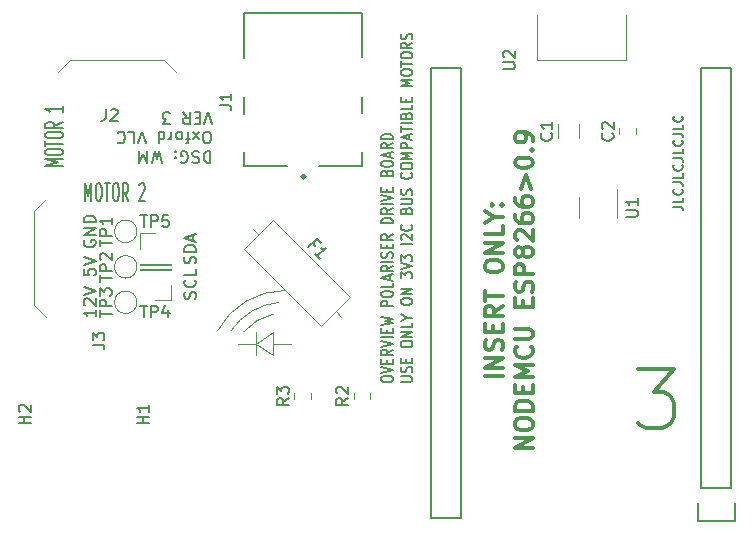
<source format=gbr>
G04 #@! TF.GenerationSoftware,KiCad,Pcbnew,5.1.6-c6e7f7d~86~ubuntu18.04.1*
G04 #@! TF.CreationDate,2020-05-28T19:09:28+01:00*
G04 #@! TF.ProjectId,polariser_drive,706f6c61-7269-4736-9572-5f6472697665,rev?*
G04 #@! TF.SameCoordinates,Original*
G04 #@! TF.FileFunction,Legend,Top*
G04 #@! TF.FilePolarity,Positive*
%FSLAX46Y46*%
G04 Gerber Fmt 4.6, Leading zero omitted, Abs format (unit mm)*
G04 Created by KiCad (PCBNEW 5.1.6-c6e7f7d~86~ubuntu18.04.1) date 2020-05-28 19:09:28*
%MOMM*%
%LPD*%
G01*
G04 APERTURE LIST*
%ADD10C,0.150000*%
%ADD11C,0.300000*%
%ADD12C,0.120000*%
%ADD13C,0.200000*%
%ADD14C,0.127000*%
G04 APERTURE END LIST*
D10*
X107361904Y-105395238D02*
X107933333Y-105395238D01*
X108047619Y-105433333D01*
X108123809Y-105509523D01*
X108161904Y-105623809D01*
X108161904Y-105700000D01*
X108161904Y-104633333D02*
X108161904Y-105014285D01*
X107361904Y-105014285D01*
X108085714Y-103909523D02*
X108123809Y-103947619D01*
X108161904Y-104061904D01*
X108161904Y-104138095D01*
X108123809Y-104252380D01*
X108047619Y-104328571D01*
X107971428Y-104366666D01*
X107819047Y-104404761D01*
X107704761Y-104404761D01*
X107552380Y-104366666D01*
X107476190Y-104328571D01*
X107400000Y-104252380D01*
X107361904Y-104138095D01*
X107361904Y-104061904D01*
X107400000Y-103947619D01*
X107438095Y-103909523D01*
X107361904Y-103338095D02*
X107933333Y-103338095D01*
X108047619Y-103376190D01*
X108123809Y-103452380D01*
X108161904Y-103566666D01*
X108161904Y-103642857D01*
X108161904Y-102576190D02*
X108161904Y-102957142D01*
X107361904Y-102957142D01*
X108085714Y-101852380D02*
X108123809Y-101890476D01*
X108161904Y-102004761D01*
X108161904Y-102080952D01*
X108123809Y-102195238D01*
X108047619Y-102271428D01*
X107971428Y-102309523D01*
X107819047Y-102347619D01*
X107704761Y-102347619D01*
X107552380Y-102309523D01*
X107476190Y-102271428D01*
X107400000Y-102195238D01*
X107361904Y-102080952D01*
X107361904Y-102004761D01*
X107400000Y-101890476D01*
X107438095Y-101852380D01*
X107361904Y-101280952D02*
X107933333Y-101280952D01*
X108047619Y-101319047D01*
X108123809Y-101395238D01*
X108161904Y-101509523D01*
X108161904Y-101585714D01*
X108161904Y-100519047D02*
X108161904Y-100900000D01*
X107361904Y-100900000D01*
X108085714Y-99795238D02*
X108123809Y-99833333D01*
X108161904Y-99947619D01*
X108161904Y-100023809D01*
X108123809Y-100138095D01*
X108047619Y-100214285D01*
X107971428Y-100252380D01*
X107819047Y-100290476D01*
X107704761Y-100290476D01*
X107552380Y-100252380D01*
X107476190Y-100214285D01*
X107400000Y-100138095D01*
X107361904Y-100023809D01*
X107361904Y-99947619D01*
X107400000Y-99833333D01*
X107438095Y-99795238D01*
X107361904Y-99223809D02*
X107933333Y-99223809D01*
X108047619Y-99261904D01*
X108123809Y-99338095D01*
X108161904Y-99452380D01*
X108161904Y-99528571D01*
X108161904Y-98461904D02*
X108161904Y-98842857D01*
X107361904Y-98842857D01*
X108085714Y-97738095D02*
X108123809Y-97776190D01*
X108161904Y-97890476D01*
X108161904Y-97966666D01*
X108123809Y-98080952D01*
X108047619Y-98157142D01*
X107971428Y-98195238D01*
X107819047Y-98233333D01*
X107704761Y-98233333D01*
X107552380Y-98195238D01*
X107476190Y-98157142D01*
X107400000Y-98080952D01*
X107361904Y-97966666D01*
X107361904Y-97890476D01*
X107400000Y-97776190D01*
X107438095Y-97738095D01*
D11*
X104333333Y-119161904D02*
X107428571Y-119161904D01*
X105761904Y-121066666D01*
X106476190Y-121066666D01*
X106952380Y-121304761D01*
X107190476Y-121542857D01*
X107428571Y-122019047D01*
X107428571Y-123209523D01*
X107190476Y-123685714D01*
X106952380Y-123923809D01*
X106476190Y-124161904D01*
X105047619Y-124161904D01*
X104571428Y-123923809D01*
X104333333Y-123685714D01*
D12*
X103400000Y-93000000D02*
X103400000Y-89200000D01*
X95800000Y-93000000D02*
X103400000Y-93000000D01*
X95800000Y-89200000D02*
X95800000Y-93000000D01*
D13*
X57570476Y-104928571D02*
X57570476Y-103428571D01*
X57837142Y-104500000D01*
X58103809Y-103428571D01*
X58103809Y-104928571D01*
X58637142Y-103428571D02*
X58789523Y-103428571D01*
X58865714Y-103500000D01*
X58941904Y-103642857D01*
X58980000Y-103928571D01*
X58980000Y-104428571D01*
X58941904Y-104714285D01*
X58865714Y-104857142D01*
X58789523Y-104928571D01*
X58637142Y-104928571D01*
X58560952Y-104857142D01*
X58484761Y-104714285D01*
X58446666Y-104428571D01*
X58446666Y-103928571D01*
X58484761Y-103642857D01*
X58560952Y-103500000D01*
X58637142Y-103428571D01*
X59208571Y-103428571D02*
X59665714Y-103428571D01*
X59437142Y-104928571D02*
X59437142Y-103428571D01*
X60084761Y-103428571D02*
X60237142Y-103428571D01*
X60313333Y-103500000D01*
X60389523Y-103642857D01*
X60427619Y-103928571D01*
X60427619Y-104428571D01*
X60389523Y-104714285D01*
X60313333Y-104857142D01*
X60237142Y-104928571D01*
X60084761Y-104928571D01*
X60008571Y-104857142D01*
X59932380Y-104714285D01*
X59894285Y-104428571D01*
X59894285Y-103928571D01*
X59932380Y-103642857D01*
X60008571Y-103500000D01*
X60084761Y-103428571D01*
X61227619Y-104928571D02*
X60960952Y-104214285D01*
X60770476Y-104928571D02*
X60770476Y-103428571D01*
X61075238Y-103428571D01*
X61151428Y-103500000D01*
X61189523Y-103571428D01*
X61227619Y-103714285D01*
X61227619Y-103928571D01*
X61189523Y-104071428D01*
X61151428Y-104142857D01*
X61075238Y-104214285D01*
X60770476Y-104214285D01*
X62141904Y-103571428D02*
X62180000Y-103500000D01*
X62256190Y-103428571D01*
X62446666Y-103428571D01*
X62522857Y-103500000D01*
X62560952Y-103571428D01*
X62599047Y-103714285D01*
X62599047Y-103857142D01*
X62560952Y-104071428D01*
X62103809Y-104928571D01*
X62599047Y-104928571D01*
X55678571Y-101929523D02*
X54178571Y-101929523D01*
X55250000Y-101662857D01*
X54178571Y-101396190D01*
X55678571Y-101396190D01*
X54178571Y-100862857D02*
X54178571Y-100710476D01*
X54250000Y-100634285D01*
X54392857Y-100558095D01*
X54678571Y-100520000D01*
X55178571Y-100520000D01*
X55464285Y-100558095D01*
X55607142Y-100634285D01*
X55678571Y-100710476D01*
X55678571Y-100862857D01*
X55607142Y-100939047D01*
X55464285Y-101015238D01*
X55178571Y-101053333D01*
X54678571Y-101053333D01*
X54392857Y-101015238D01*
X54250000Y-100939047D01*
X54178571Y-100862857D01*
X54178571Y-100291428D02*
X54178571Y-99834285D01*
X55678571Y-100062857D02*
X54178571Y-100062857D01*
X54178571Y-99415238D02*
X54178571Y-99262857D01*
X54250000Y-99186666D01*
X54392857Y-99110476D01*
X54678571Y-99072380D01*
X55178571Y-99072380D01*
X55464285Y-99110476D01*
X55607142Y-99186666D01*
X55678571Y-99262857D01*
X55678571Y-99415238D01*
X55607142Y-99491428D01*
X55464285Y-99567619D01*
X55178571Y-99605714D01*
X54678571Y-99605714D01*
X54392857Y-99567619D01*
X54250000Y-99491428D01*
X54178571Y-99415238D01*
X55678571Y-98272380D02*
X54964285Y-98539047D01*
X55678571Y-98729523D02*
X54178571Y-98729523D01*
X54178571Y-98424761D01*
X54250000Y-98348571D01*
X54321428Y-98310476D01*
X54464285Y-98272380D01*
X54678571Y-98272380D01*
X54821428Y-98310476D01*
X54892857Y-98348571D01*
X54964285Y-98424761D01*
X54964285Y-98729523D01*
X55678571Y-96900952D02*
X55678571Y-97358095D01*
X55678571Y-97129523D02*
X54178571Y-97129523D01*
X54392857Y-97205714D01*
X54535714Y-97281904D01*
X54607142Y-97358095D01*
D10*
X66904761Y-113190476D02*
X66952380Y-113047619D01*
X66952380Y-112809523D01*
X66904761Y-112714285D01*
X66857142Y-112666666D01*
X66761904Y-112619047D01*
X66666666Y-112619047D01*
X66571428Y-112666666D01*
X66523809Y-112714285D01*
X66476190Y-112809523D01*
X66428571Y-113000000D01*
X66380952Y-113095238D01*
X66333333Y-113142857D01*
X66238095Y-113190476D01*
X66142857Y-113190476D01*
X66047619Y-113142857D01*
X66000000Y-113095238D01*
X65952380Y-113000000D01*
X65952380Y-112761904D01*
X66000000Y-112619047D01*
X66857142Y-111619047D02*
X66904761Y-111666666D01*
X66952380Y-111809523D01*
X66952380Y-111904761D01*
X66904761Y-112047619D01*
X66809523Y-112142857D01*
X66714285Y-112190476D01*
X66523809Y-112238095D01*
X66380952Y-112238095D01*
X66190476Y-112190476D01*
X66095238Y-112142857D01*
X66000000Y-112047619D01*
X65952380Y-111904761D01*
X65952380Y-111809523D01*
X66000000Y-111666666D01*
X66047619Y-111619047D01*
X66952380Y-110714285D02*
X66952380Y-111190476D01*
X65952380Y-111190476D01*
D11*
X92903571Y-119750000D02*
X91403571Y-119750000D01*
X92903571Y-119035714D02*
X91403571Y-119035714D01*
X92903571Y-118178571D01*
X91403571Y-118178571D01*
X92832142Y-117535714D02*
X92903571Y-117321428D01*
X92903571Y-116964285D01*
X92832142Y-116821428D01*
X92760714Y-116750000D01*
X92617857Y-116678571D01*
X92475000Y-116678571D01*
X92332142Y-116750000D01*
X92260714Y-116821428D01*
X92189285Y-116964285D01*
X92117857Y-117250000D01*
X92046428Y-117392857D01*
X91975000Y-117464285D01*
X91832142Y-117535714D01*
X91689285Y-117535714D01*
X91546428Y-117464285D01*
X91475000Y-117392857D01*
X91403571Y-117250000D01*
X91403571Y-116892857D01*
X91475000Y-116678571D01*
X92117857Y-116035714D02*
X92117857Y-115535714D01*
X92903571Y-115321428D02*
X92903571Y-116035714D01*
X91403571Y-116035714D01*
X91403571Y-115321428D01*
X92903571Y-113821428D02*
X92189285Y-114321428D01*
X92903571Y-114678571D02*
X91403571Y-114678571D01*
X91403571Y-114107142D01*
X91475000Y-113964285D01*
X91546428Y-113892857D01*
X91689285Y-113821428D01*
X91903571Y-113821428D01*
X92046428Y-113892857D01*
X92117857Y-113964285D01*
X92189285Y-114107142D01*
X92189285Y-114678571D01*
X91403571Y-113392857D02*
X91403571Y-112535714D01*
X92903571Y-112964285D02*
X91403571Y-112964285D01*
X91403571Y-110607142D02*
X91403571Y-110321428D01*
X91475000Y-110178571D01*
X91617857Y-110035714D01*
X91903571Y-109964285D01*
X92403571Y-109964285D01*
X92689285Y-110035714D01*
X92832142Y-110178571D01*
X92903571Y-110321428D01*
X92903571Y-110607142D01*
X92832142Y-110750000D01*
X92689285Y-110892857D01*
X92403571Y-110964285D01*
X91903571Y-110964285D01*
X91617857Y-110892857D01*
X91475000Y-110750000D01*
X91403571Y-110607142D01*
X92903571Y-109321428D02*
X91403571Y-109321428D01*
X92903571Y-108464285D01*
X91403571Y-108464285D01*
X92903571Y-107035714D02*
X92903571Y-107750000D01*
X91403571Y-107750000D01*
X92189285Y-106250000D02*
X92903571Y-106250000D01*
X91403571Y-106750000D02*
X92189285Y-106250000D01*
X91403571Y-105750000D01*
X92760714Y-105250000D02*
X92832142Y-105178571D01*
X92903571Y-105250000D01*
X92832142Y-105321428D01*
X92760714Y-105250000D01*
X92903571Y-105250000D01*
X91975000Y-105250000D02*
X92046428Y-105178571D01*
X92117857Y-105250000D01*
X92046428Y-105321428D01*
X91975000Y-105250000D01*
X92117857Y-105250000D01*
X95453571Y-125821428D02*
X93953571Y-125821428D01*
X95453571Y-124964285D01*
X93953571Y-124964285D01*
X93953571Y-123964285D02*
X93953571Y-123678571D01*
X94025000Y-123535714D01*
X94167857Y-123392857D01*
X94453571Y-123321428D01*
X94953571Y-123321428D01*
X95239285Y-123392857D01*
X95382142Y-123535714D01*
X95453571Y-123678571D01*
X95453571Y-123964285D01*
X95382142Y-124107142D01*
X95239285Y-124250000D01*
X94953571Y-124321428D01*
X94453571Y-124321428D01*
X94167857Y-124250000D01*
X94025000Y-124107142D01*
X93953571Y-123964285D01*
X95453571Y-122678571D02*
X93953571Y-122678571D01*
X93953571Y-122321428D01*
X94025000Y-122107142D01*
X94167857Y-121964285D01*
X94310714Y-121892857D01*
X94596428Y-121821428D01*
X94810714Y-121821428D01*
X95096428Y-121892857D01*
X95239285Y-121964285D01*
X95382142Y-122107142D01*
X95453571Y-122321428D01*
X95453571Y-122678571D01*
X94667857Y-121178571D02*
X94667857Y-120678571D01*
X95453571Y-120464285D02*
X95453571Y-121178571D01*
X93953571Y-121178571D01*
X93953571Y-120464285D01*
X95453571Y-119821428D02*
X93953571Y-119821428D01*
X95025000Y-119321428D01*
X93953571Y-118821428D01*
X95453571Y-118821428D01*
X95310714Y-117250000D02*
X95382142Y-117321428D01*
X95453571Y-117535714D01*
X95453571Y-117678571D01*
X95382142Y-117892857D01*
X95239285Y-118035714D01*
X95096428Y-118107142D01*
X94810714Y-118178571D01*
X94596428Y-118178571D01*
X94310714Y-118107142D01*
X94167857Y-118035714D01*
X94025000Y-117892857D01*
X93953571Y-117678571D01*
X93953571Y-117535714D01*
X94025000Y-117321428D01*
X94096428Y-117250000D01*
X93953571Y-116607142D02*
X95167857Y-116607142D01*
X95310714Y-116535714D01*
X95382142Y-116464285D01*
X95453571Y-116321428D01*
X95453571Y-116035714D01*
X95382142Y-115892857D01*
X95310714Y-115821428D01*
X95167857Y-115750000D01*
X93953571Y-115750000D01*
X94667857Y-113892857D02*
X94667857Y-113392857D01*
X95453571Y-113178571D02*
X95453571Y-113892857D01*
X93953571Y-113892857D01*
X93953571Y-113178571D01*
X95382142Y-112607142D02*
X95453571Y-112392857D01*
X95453571Y-112035714D01*
X95382142Y-111892857D01*
X95310714Y-111821428D01*
X95167857Y-111750000D01*
X95025000Y-111750000D01*
X94882142Y-111821428D01*
X94810714Y-111892857D01*
X94739285Y-112035714D01*
X94667857Y-112321428D01*
X94596428Y-112464285D01*
X94525000Y-112535714D01*
X94382142Y-112607142D01*
X94239285Y-112607142D01*
X94096428Y-112535714D01*
X94025000Y-112464285D01*
X93953571Y-112321428D01*
X93953571Y-111964285D01*
X94025000Y-111750000D01*
X95453571Y-111107142D02*
X93953571Y-111107142D01*
X93953571Y-110535714D01*
X94025000Y-110392857D01*
X94096428Y-110321428D01*
X94239285Y-110250000D01*
X94453571Y-110250000D01*
X94596428Y-110321428D01*
X94667857Y-110392857D01*
X94739285Y-110535714D01*
X94739285Y-111107142D01*
X94596428Y-109392857D02*
X94525000Y-109535714D01*
X94453571Y-109607142D01*
X94310714Y-109678571D01*
X94239285Y-109678571D01*
X94096428Y-109607142D01*
X94025000Y-109535714D01*
X93953571Y-109392857D01*
X93953571Y-109107142D01*
X94025000Y-108964285D01*
X94096428Y-108892857D01*
X94239285Y-108821428D01*
X94310714Y-108821428D01*
X94453571Y-108892857D01*
X94525000Y-108964285D01*
X94596428Y-109107142D01*
X94596428Y-109392857D01*
X94667857Y-109535714D01*
X94739285Y-109607142D01*
X94882142Y-109678571D01*
X95167857Y-109678571D01*
X95310714Y-109607142D01*
X95382142Y-109535714D01*
X95453571Y-109392857D01*
X95453571Y-109107142D01*
X95382142Y-108964285D01*
X95310714Y-108892857D01*
X95167857Y-108821428D01*
X94882142Y-108821428D01*
X94739285Y-108892857D01*
X94667857Y-108964285D01*
X94596428Y-109107142D01*
X94096428Y-108250000D02*
X94025000Y-108178571D01*
X93953571Y-108035714D01*
X93953571Y-107678571D01*
X94025000Y-107535714D01*
X94096428Y-107464285D01*
X94239285Y-107392857D01*
X94382142Y-107392857D01*
X94596428Y-107464285D01*
X95453571Y-108321428D01*
X95453571Y-107392857D01*
X93953571Y-106107142D02*
X93953571Y-106392857D01*
X94025000Y-106535714D01*
X94096428Y-106607142D01*
X94310714Y-106750000D01*
X94596428Y-106821428D01*
X95167857Y-106821428D01*
X95310714Y-106750000D01*
X95382142Y-106678571D01*
X95453571Y-106535714D01*
X95453571Y-106250000D01*
X95382142Y-106107142D01*
X95310714Y-106035714D01*
X95167857Y-105964285D01*
X94810714Y-105964285D01*
X94667857Y-106035714D01*
X94596428Y-106107142D01*
X94525000Y-106250000D01*
X94525000Y-106535714D01*
X94596428Y-106678571D01*
X94667857Y-106750000D01*
X94810714Y-106821428D01*
X93953571Y-104678571D02*
X93953571Y-104964285D01*
X94025000Y-105107142D01*
X94096428Y-105178571D01*
X94310714Y-105321428D01*
X94596428Y-105392857D01*
X95167857Y-105392857D01*
X95310714Y-105321428D01*
X95382142Y-105250000D01*
X95453571Y-105107142D01*
X95453571Y-104821428D01*
X95382142Y-104678571D01*
X95310714Y-104607142D01*
X95167857Y-104535714D01*
X94810714Y-104535714D01*
X94667857Y-104607142D01*
X94596428Y-104678571D01*
X94525000Y-104821428D01*
X94525000Y-105107142D01*
X94596428Y-105250000D01*
X94667857Y-105321428D01*
X94810714Y-105392857D01*
X94453571Y-103892857D02*
X94882142Y-102750000D01*
X95310714Y-103892857D01*
X93953571Y-101750000D02*
X93953571Y-101607142D01*
X94025000Y-101464285D01*
X94096428Y-101392857D01*
X94239285Y-101321428D01*
X94525000Y-101250000D01*
X94882142Y-101250000D01*
X95167857Y-101321428D01*
X95310714Y-101392857D01*
X95382142Y-101464285D01*
X95453571Y-101607142D01*
X95453571Y-101750000D01*
X95382142Y-101892857D01*
X95310714Y-101964285D01*
X95167857Y-102035714D01*
X94882142Y-102107142D01*
X94525000Y-102107142D01*
X94239285Y-102035714D01*
X94096428Y-101964285D01*
X94025000Y-101892857D01*
X93953571Y-101750000D01*
X95310714Y-100607142D02*
X95382142Y-100535714D01*
X95453571Y-100607142D01*
X95382142Y-100678571D01*
X95310714Y-100607142D01*
X95453571Y-100607142D01*
X95453571Y-99821428D02*
X95453571Y-99535714D01*
X95382142Y-99392857D01*
X95310714Y-99321428D01*
X95096428Y-99178571D01*
X94810714Y-99107142D01*
X94239285Y-99107142D01*
X94096428Y-99178571D01*
X94025000Y-99250000D01*
X93953571Y-99392857D01*
X93953571Y-99678571D01*
X94025000Y-99821428D01*
X94096428Y-99892857D01*
X94239285Y-99964285D01*
X94596428Y-99964285D01*
X94739285Y-99892857D01*
X94810714Y-99821428D01*
X94882142Y-99678571D01*
X94882142Y-99392857D01*
X94810714Y-99250000D01*
X94739285Y-99178571D01*
X94596428Y-99107142D01*
D10*
X68164404Y-100697619D02*
X68164404Y-101697619D01*
X67926309Y-101697619D01*
X67783452Y-101650000D01*
X67688214Y-101554761D01*
X67640595Y-101459523D01*
X67592976Y-101269047D01*
X67592976Y-101126190D01*
X67640595Y-100935714D01*
X67688214Y-100840476D01*
X67783452Y-100745238D01*
X67926309Y-100697619D01*
X68164404Y-100697619D01*
X67212023Y-100745238D02*
X67069166Y-100697619D01*
X66831071Y-100697619D01*
X66735833Y-100745238D01*
X66688214Y-100792857D01*
X66640595Y-100888095D01*
X66640595Y-100983333D01*
X66688214Y-101078571D01*
X66735833Y-101126190D01*
X66831071Y-101173809D01*
X67021547Y-101221428D01*
X67116785Y-101269047D01*
X67164404Y-101316666D01*
X67212023Y-101411904D01*
X67212023Y-101507142D01*
X67164404Y-101602380D01*
X67116785Y-101650000D01*
X67021547Y-101697619D01*
X66783452Y-101697619D01*
X66640595Y-101650000D01*
X65688214Y-101650000D02*
X65783452Y-101697619D01*
X65926309Y-101697619D01*
X66069166Y-101650000D01*
X66164404Y-101554761D01*
X66212023Y-101459523D01*
X66259642Y-101269047D01*
X66259642Y-101126190D01*
X66212023Y-100935714D01*
X66164404Y-100840476D01*
X66069166Y-100745238D01*
X65926309Y-100697619D01*
X65831071Y-100697619D01*
X65688214Y-100745238D01*
X65640595Y-100792857D01*
X65640595Y-101126190D01*
X65831071Y-101126190D01*
X65212023Y-100792857D02*
X65164404Y-100745238D01*
X65212023Y-100697619D01*
X65259642Y-100745238D01*
X65212023Y-100792857D01*
X65212023Y-100697619D01*
X65212023Y-101316666D02*
X65164404Y-101269047D01*
X65212023Y-101221428D01*
X65259642Y-101269047D01*
X65212023Y-101316666D01*
X65212023Y-101221428D01*
X64069166Y-101697619D02*
X63831071Y-100697619D01*
X63640595Y-101411904D01*
X63450119Y-100697619D01*
X63212023Y-101697619D01*
X62831071Y-100697619D02*
X62831071Y-101697619D01*
X62497738Y-100983333D01*
X62164404Y-101697619D01*
X62164404Y-100697619D01*
X67973928Y-100047619D02*
X67783452Y-100047619D01*
X67688214Y-100000000D01*
X67592976Y-99904761D01*
X67545357Y-99714285D01*
X67545357Y-99380952D01*
X67592976Y-99190476D01*
X67688214Y-99095238D01*
X67783452Y-99047619D01*
X67973928Y-99047619D01*
X68069166Y-99095238D01*
X68164404Y-99190476D01*
X68212023Y-99380952D01*
X68212023Y-99714285D01*
X68164404Y-99904761D01*
X68069166Y-100000000D01*
X67973928Y-100047619D01*
X67212023Y-99047619D02*
X66688214Y-99714285D01*
X67212023Y-99714285D02*
X66688214Y-99047619D01*
X66450119Y-99714285D02*
X66069166Y-99714285D01*
X66307261Y-99047619D02*
X66307261Y-99904761D01*
X66259642Y-100000000D01*
X66164404Y-100047619D01*
X66069166Y-100047619D01*
X65592976Y-99047619D02*
X65688214Y-99095238D01*
X65735833Y-99142857D01*
X65783452Y-99238095D01*
X65783452Y-99523809D01*
X65735833Y-99619047D01*
X65688214Y-99666666D01*
X65592976Y-99714285D01*
X65450119Y-99714285D01*
X65354880Y-99666666D01*
X65307261Y-99619047D01*
X65259642Y-99523809D01*
X65259642Y-99238095D01*
X65307261Y-99142857D01*
X65354880Y-99095238D01*
X65450119Y-99047619D01*
X65592976Y-99047619D01*
X64831071Y-99047619D02*
X64831071Y-99714285D01*
X64831071Y-99523809D02*
X64783452Y-99619047D01*
X64735833Y-99666666D01*
X64640595Y-99714285D01*
X64545357Y-99714285D01*
X63783452Y-99047619D02*
X63783452Y-100047619D01*
X63783452Y-99095238D02*
X63878690Y-99047619D01*
X64069166Y-99047619D01*
X64164404Y-99095238D01*
X64212023Y-99142857D01*
X64259642Y-99238095D01*
X64259642Y-99523809D01*
X64212023Y-99619047D01*
X64164404Y-99666666D01*
X64069166Y-99714285D01*
X63878690Y-99714285D01*
X63783452Y-99666666D01*
X62688214Y-100047619D02*
X62354880Y-99047619D01*
X62021547Y-100047619D01*
X61212023Y-99047619D02*
X61688214Y-99047619D01*
X61688214Y-100047619D01*
X60307261Y-99142857D02*
X60354880Y-99095238D01*
X60497738Y-99047619D01*
X60592976Y-99047619D01*
X60735833Y-99095238D01*
X60831071Y-99190476D01*
X60878690Y-99285714D01*
X60926309Y-99476190D01*
X60926309Y-99619047D01*
X60878690Y-99809523D01*
X60831071Y-99904761D01*
X60735833Y-100000000D01*
X60592976Y-100047619D01*
X60497738Y-100047619D01*
X60354880Y-100000000D01*
X60307261Y-99952380D01*
X68307261Y-98397619D02*
X67973928Y-97397619D01*
X67640595Y-98397619D01*
X67307261Y-97921428D02*
X66973928Y-97921428D01*
X66831071Y-97397619D02*
X67307261Y-97397619D01*
X67307261Y-98397619D01*
X66831071Y-98397619D01*
X65831071Y-97397619D02*
X66164404Y-97873809D01*
X66402500Y-97397619D02*
X66402500Y-98397619D01*
X66021547Y-98397619D01*
X65926309Y-98350000D01*
X65878690Y-98302380D01*
X65831071Y-98207142D01*
X65831071Y-98064285D01*
X65878690Y-97969047D01*
X65926309Y-97921428D01*
X66021547Y-97873809D01*
X66402500Y-97873809D01*
X64735833Y-98397619D02*
X64116785Y-98397619D01*
X64450119Y-98016666D01*
X64307261Y-98016666D01*
X64212023Y-97969047D01*
X64164404Y-97921428D01*
X64116785Y-97826190D01*
X64116785Y-97588095D01*
X64164404Y-97492857D01*
X64212023Y-97445238D01*
X64307261Y-97397619D01*
X64592976Y-97397619D01*
X64688214Y-97445238D01*
X64735833Y-97492857D01*
X82627380Y-120059642D02*
X82627380Y-119907261D01*
X82675000Y-119831071D01*
X82770238Y-119754880D01*
X82960714Y-119716785D01*
X83294047Y-119716785D01*
X83484523Y-119754880D01*
X83579761Y-119831071D01*
X83627380Y-119907261D01*
X83627380Y-120059642D01*
X83579761Y-120135833D01*
X83484523Y-120212023D01*
X83294047Y-120250119D01*
X82960714Y-120250119D01*
X82770238Y-120212023D01*
X82675000Y-120135833D01*
X82627380Y-120059642D01*
X82627380Y-119488214D02*
X83627380Y-119221547D01*
X82627380Y-118954880D01*
X83103571Y-118688214D02*
X83103571Y-118421547D01*
X83627380Y-118307261D02*
X83627380Y-118688214D01*
X82627380Y-118688214D01*
X82627380Y-118307261D01*
X83627380Y-117507261D02*
X83151190Y-117773928D01*
X83627380Y-117964404D02*
X82627380Y-117964404D01*
X82627380Y-117659642D01*
X82675000Y-117583452D01*
X82722619Y-117545357D01*
X82817857Y-117507261D01*
X82960714Y-117507261D01*
X83055952Y-117545357D01*
X83103571Y-117583452D01*
X83151190Y-117659642D01*
X83151190Y-117964404D01*
X82627380Y-117278690D02*
X83627380Y-117012023D01*
X82627380Y-116745357D01*
X83627380Y-116478690D02*
X82627380Y-116478690D01*
X83103571Y-116097738D02*
X83103571Y-115831071D01*
X83627380Y-115716785D02*
X83627380Y-116097738D01*
X82627380Y-116097738D01*
X82627380Y-115716785D01*
X82627380Y-115450119D02*
X83627380Y-115259642D01*
X82913095Y-115107261D01*
X83627380Y-114954880D01*
X82627380Y-114764404D01*
X83627380Y-113850119D02*
X82627380Y-113850119D01*
X82627380Y-113545357D01*
X82675000Y-113469166D01*
X82722619Y-113431071D01*
X82817857Y-113392976D01*
X82960714Y-113392976D01*
X83055952Y-113431071D01*
X83103571Y-113469166D01*
X83151190Y-113545357D01*
X83151190Y-113850119D01*
X82627380Y-112897738D02*
X82627380Y-112745357D01*
X82675000Y-112669166D01*
X82770238Y-112592976D01*
X82960714Y-112554880D01*
X83294047Y-112554880D01*
X83484523Y-112592976D01*
X83579761Y-112669166D01*
X83627380Y-112745357D01*
X83627380Y-112897738D01*
X83579761Y-112973928D01*
X83484523Y-113050119D01*
X83294047Y-113088214D01*
X82960714Y-113088214D01*
X82770238Y-113050119D01*
X82675000Y-112973928D01*
X82627380Y-112897738D01*
X83627380Y-111831071D02*
X83627380Y-112212023D01*
X82627380Y-112212023D01*
X83341666Y-111602500D02*
X83341666Y-111221547D01*
X83627380Y-111678690D02*
X82627380Y-111412023D01*
X83627380Y-111145357D01*
X83627380Y-110421547D02*
X83151190Y-110688214D01*
X83627380Y-110878690D02*
X82627380Y-110878690D01*
X82627380Y-110573928D01*
X82675000Y-110497738D01*
X82722619Y-110459642D01*
X82817857Y-110421547D01*
X82960714Y-110421547D01*
X83055952Y-110459642D01*
X83103571Y-110497738D01*
X83151190Y-110573928D01*
X83151190Y-110878690D01*
X83627380Y-110078690D02*
X82627380Y-110078690D01*
X83579761Y-109735833D02*
X83627380Y-109621547D01*
X83627380Y-109431071D01*
X83579761Y-109354880D01*
X83532142Y-109316785D01*
X83436904Y-109278690D01*
X83341666Y-109278690D01*
X83246428Y-109316785D01*
X83198809Y-109354880D01*
X83151190Y-109431071D01*
X83103571Y-109583452D01*
X83055952Y-109659642D01*
X83008333Y-109697738D01*
X82913095Y-109735833D01*
X82817857Y-109735833D01*
X82722619Y-109697738D01*
X82675000Y-109659642D01*
X82627380Y-109583452D01*
X82627380Y-109392976D01*
X82675000Y-109278690D01*
X83103571Y-108935833D02*
X83103571Y-108669166D01*
X83627380Y-108554880D02*
X83627380Y-108935833D01*
X82627380Y-108935833D01*
X82627380Y-108554880D01*
X83627380Y-107754880D02*
X83151190Y-108021547D01*
X83627380Y-108212023D02*
X82627380Y-108212023D01*
X82627380Y-107907261D01*
X82675000Y-107831071D01*
X82722619Y-107792976D01*
X82817857Y-107754880D01*
X82960714Y-107754880D01*
X83055952Y-107792976D01*
X83103571Y-107831071D01*
X83151190Y-107907261D01*
X83151190Y-108212023D01*
X83627380Y-106802500D02*
X82627380Y-106802500D01*
X82627380Y-106612023D01*
X82675000Y-106497738D01*
X82770238Y-106421547D01*
X82865476Y-106383452D01*
X83055952Y-106345357D01*
X83198809Y-106345357D01*
X83389285Y-106383452D01*
X83484523Y-106421547D01*
X83579761Y-106497738D01*
X83627380Y-106612023D01*
X83627380Y-106802500D01*
X83627380Y-105545357D02*
X83151190Y-105812023D01*
X83627380Y-106002500D02*
X82627380Y-106002500D01*
X82627380Y-105697738D01*
X82675000Y-105621547D01*
X82722619Y-105583452D01*
X82817857Y-105545357D01*
X82960714Y-105545357D01*
X83055952Y-105583452D01*
X83103571Y-105621547D01*
X83151190Y-105697738D01*
X83151190Y-106002500D01*
X83627380Y-105202500D02*
X82627380Y-105202500D01*
X82627380Y-104935833D02*
X83627380Y-104669166D01*
X82627380Y-104402500D01*
X83103571Y-104135833D02*
X83103571Y-103869166D01*
X83627380Y-103754880D02*
X83627380Y-104135833D01*
X82627380Y-104135833D01*
X82627380Y-103754880D01*
X83103571Y-102535833D02*
X83151190Y-102421547D01*
X83198809Y-102383452D01*
X83294047Y-102345357D01*
X83436904Y-102345357D01*
X83532142Y-102383452D01*
X83579761Y-102421547D01*
X83627380Y-102497738D01*
X83627380Y-102802500D01*
X82627380Y-102802500D01*
X82627380Y-102535833D01*
X82675000Y-102459642D01*
X82722619Y-102421547D01*
X82817857Y-102383452D01*
X82913095Y-102383452D01*
X83008333Y-102421547D01*
X83055952Y-102459642D01*
X83103571Y-102535833D01*
X83103571Y-102802500D01*
X82627380Y-101850119D02*
X82627380Y-101697738D01*
X82675000Y-101621547D01*
X82770238Y-101545357D01*
X82960714Y-101507261D01*
X83294047Y-101507261D01*
X83484523Y-101545357D01*
X83579761Y-101621547D01*
X83627380Y-101697738D01*
X83627380Y-101850119D01*
X83579761Y-101926309D01*
X83484523Y-102002500D01*
X83294047Y-102040595D01*
X82960714Y-102040595D01*
X82770238Y-102002500D01*
X82675000Y-101926309D01*
X82627380Y-101850119D01*
X83341666Y-101202500D02*
X83341666Y-100821547D01*
X83627380Y-101278690D02*
X82627380Y-101012023D01*
X83627380Y-100745357D01*
X83627380Y-100021547D02*
X83151190Y-100288214D01*
X83627380Y-100478690D02*
X82627380Y-100478690D01*
X82627380Y-100173928D01*
X82675000Y-100097738D01*
X82722619Y-100059642D01*
X82817857Y-100021547D01*
X82960714Y-100021547D01*
X83055952Y-100059642D01*
X83103571Y-100097738D01*
X83151190Y-100173928D01*
X83151190Y-100478690D01*
X83627380Y-99678690D02*
X82627380Y-99678690D01*
X82627380Y-99488214D01*
X82675000Y-99373928D01*
X82770238Y-99297738D01*
X82865476Y-99259642D01*
X83055952Y-99221547D01*
X83198809Y-99221547D01*
X83389285Y-99259642D01*
X83484523Y-99297738D01*
X83579761Y-99373928D01*
X83627380Y-99488214D01*
X83627380Y-99678690D01*
X84277380Y-120212023D02*
X85086904Y-120212023D01*
X85182142Y-120173928D01*
X85229761Y-120135833D01*
X85277380Y-120059642D01*
X85277380Y-119907261D01*
X85229761Y-119831071D01*
X85182142Y-119792976D01*
X85086904Y-119754880D01*
X84277380Y-119754880D01*
X85229761Y-119412023D02*
X85277380Y-119297738D01*
X85277380Y-119107261D01*
X85229761Y-119031071D01*
X85182142Y-118992976D01*
X85086904Y-118954880D01*
X84991666Y-118954880D01*
X84896428Y-118992976D01*
X84848809Y-119031071D01*
X84801190Y-119107261D01*
X84753571Y-119259642D01*
X84705952Y-119335833D01*
X84658333Y-119373928D01*
X84563095Y-119412023D01*
X84467857Y-119412023D01*
X84372619Y-119373928D01*
X84325000Y-119335833D01*
X84277380Y-119259642D01*
X84277380Y-119069166D01*
X84325000Y-118954880D01*
X84753571Y-118612023D02*
X84753571Y-118345357D01*
X85277380Y-118231071D02*
X85277380Y-118612023D01*
X84277380Y-118612023D01*
X84277380Y-118231071D01*
X84277380Y-117126309D02*
X84277380Y-116973928D01*
X84325000Y-116897738D01*
X84420238Y-116821547D01*
X84610714Y-116783452D01*
X84944047Y-116783452D01*
X85134523Y-116821547D01*
X85229761Y-116897738D01*
X85277380Y-116973928D01*
X85277380Y-117126309D01*
X85229761Y-117202500D01*
X85134523Y-117278690D01*
X84944047Y-117316785D01*
X84610714Y-117316785D01*
X84420238Y-117278690D01*
X84325000Y-117202500D01*
X84277380Y-117126309D01*
X85277380Y-116440595D02*
X84277380Y-116440595D01*
X85277380Y-115983452D01*
X84277380Y-115983452D01*
X85277380Y-115221547D02*
X85277380Y-115602500D01*
X84277380Y-115602500D01*
X84801190Y-114802500D02*
X85277380Y-114802500D01*
X84277380Y-115069166D02*
X84801190Y-114802500D01*
X84277380Y-114535833D01*
X84277380Y-113507261D02*
X84277380Y-113354880D01*
X84325000Y-113278690D01*
X84420238Y-113202500D01*
X84610714Y-113164404D01*
X84944047Y-113164404D01*
X85134523Y-113202500D01*
X85229761Y-113278690D01*
X85277380Y-113354880D01*
X85277380Y-113507261D01*
X85229761Y-113583452D01*
X85134523Y-113659642D01*
X84944047Y-113697738D01*
X84610714Y-113697738D01*
X84420238Y-113659642D01*
X84325000Y-113583452D01*
X84277380Y-113507261D01*
X85277380Y-112821547D02*
X84277380Y-112821547D01*
X85277380Y-112364404D01*
X84277380Y-112364404D01*
X84277380Y-111450119D02*
X84277380Y-110954880D01*
X84658333Y-111221547D01*
X84658333Y-111107261D01*
X84705952Y-111031071D01*
X84753571Y-110992976D01*
X84848809Y-110954880D01*
X85086904Y-110954880D01*
X85182142Y-110992976D01*
X85229761Y-111031071D01*
X85277380Y-111107261D01*
X85277380Y-111335833D01*
X85229761Y-111412023D01*
X85182142Y-111450119D01*
X84277380Y-110726309D02*
X85277380Y-110459642D01*
X84277380Y-110192976D01*
X84277380Y-110002500D02*
X84277380Y-109507261D01*
X84658333Y-109773928D01*
X84658333Y-109659642D01*
X84705952Y-109583452D01*
X84753571Y-109545357D01*
X84848809Y-109507261D01*
X85086904Y-109507261D01*
X85182142Y-109545357D01*
X85229761Y-109583452D01*
X85277380Y-109659642D01*
X85277380Y-109888214D01*
X85229761Y-109964404D01*
X85182142Y-110002500D01*
X85277380Y-108554880D02*
X84277380Y-108554880D01*
X84372619Y-108212023D02*
X84325000Y-108173928D01*
X84277380Y-108097738D01*
X84277380Y-107907261D01*
X84325000Y-107831071D01*
X84372619Y-107792976D01*
X84467857Y-107754880D01*
X84563095Y-107754880D01*
X84705952Y-107792976D01*
X85277380Y-108250119D01*
X85277380Y-107754880D01*
X85182142Y-106954880D02*
X85229761Y-106992976D01*
X85277380Y-107107261D01*
X85277380Y-107183452D01*
X85229761Y-107297738D01*
X85134523Y-107373928D01*
X85039285Y-107412023D01*
X84848809Y-107450119D01*
X84705952Y-107450119D01*
X84515476Y-107412023D01*
X84420238Y-107373928D01*
X84325000Y-107297738D01*
X84277380Y-107183452D01*
X84277380Y-107107261D01*
X84325000Y-106992976D01*
X84372619Y-106954880D01*
X84753571Y-105735833D02*
X84801190Y-105621547D01*
X84848809Y-105583452D01*
X84944047Y-105545357D01*
X85086904Y-105545357D01*
X85182142Y-105583452D01*
X85229761Y-105621547D01*
X85277380Y-105697738D01*
X85277380Y-106002500D01*
X84277380Y-106002500D01*
X84277380Y-105735833D01*
X84325000Y-105659642D01*
X84372619Y-105621547D01*
X84467857Y-105583452D01*
X84563095Y-105583452D01*
X84658333Y-105621547D01*
X84705952Y-105659642D01*
X84753571Y-105735833D01*
X84753571Y-106002500D01*
X84277380Y-105202500D02*
X85086904Y-105202500D01*
X85182142Y-105164404D01*
X85229761Y-105126309D01*
X85277380Y-105050119D01*
X85277380Y-104897738D01*
X85229761Y-104821547D01*
X85182142Y-104783452D01*
X85086904Y-104745357D01*
X84277380Y-104745357D01*
X85229761Y-104402500D02*
X85277380Y-104288214D01*
X85277380Y-104097738D01*
X85229761Y-104021547D01*
X85182142Y-103983452D01*
X85086904Y-103945357D01*
X84991666Y-103945357D01*
X84896428Y-103983452D01*
X84848809Y-104021547D01*
X84801190Y-104097738D01*
X84753571Y-104250119D01*
X84705952Y-104326309D01*
X84658333Y-104364404D01*
X84563095Y-104402500D01*
X84467857Y-104402500D01*
X84372619Y-104364404D01*
X84325000Y-104326309D01*
X84277380Y-104250119D01*
X84277380Y-104059642D01*
X84325000Y-103945357D01*
X85182142Y-102535833D02*
X85229761Y-102573928D01*
X85277380Y-102688214D01*
X85277380Y-102764404D01*
X85229761Y-102878690D01*
X85134523Y-102954880D01*
X85039285Y-102992976D01*
X84848809Y-103031071D01*
X84705952Y-103031071D01*
X84515476Y-102992976D01*
X84420238Y-102954880D01*
X84325000Y-102878690D01*
X84277380Y-102764404D01*
X84277380Y-102688214D01*
X84325000Y-102573928D01*
X84372619Y-102535833D01*
X84277380Y-102040595D02*
X84277380Y-101888214D01*
X84325000Y-101812023D01*
X84420238Y-101735833D01*
X84610714Y-101697738D01*
X84944047Y-101697738D01*
X85134523Y-101735833D01*
X85229761Y-101812023D01*
X85277380Y-101888214D01*
X85277380Y-102040595D01*
X85229761Y-102116785D01*
X85134523Y-102192976D01*
X84944047Y-102231071D01*
X84610714Y-102231071D01*
X84420238Y-102192976D01*
X84325000Y-102116785D01*
X84277380Y-102040595D01*
X85277380Y-101354880D02*
X84277380Y-101354880D01*
X84991666Y-101088214D01*
X84277380Y-100821547D01*
X85277380Y-100821547D01*
X85277380Y-100440595D02*
X84277380Y-100440595D01*
X84277380Y-100135833D01*
X84325000Y-100059642D01*
X84372619Y-100021547D01*
X84467857Y-99983452D01*
X84610714Y-99983452D01*
X84705952Y-100021547D01*
X84753571Y-100059642D01*
X84801190Y-100135833D01*
X84801190Y-100440595D01*
X84991666Y-99678690D02*
X84991666Y-99297738D01*
X85277380Y-99754880D02*
X84277380Y-99488214D01*
X85277380Y-99221547D01*
X84277380Y-99069166D02*
X84277380Y-98612023D01*
X85277380Y-98840595D02*
X84277380Y-98840595D01*
X85277380Y-98345357D02*
X84277380Y-98345357D01*
X84753571Y-97697738D02*
X84801190Y-97583452D01*
X84848809Y-97545357D01*
X84944047Y-97507261D01*
X85086904Y-97507261D01*
X85182142Y-97545357D01*
X85229761Y-97583452D01*
X85277380Y-97659642D01*
X85277380Y-97964404D01*
X84277380Y-97964404D01*
X84277380Y-97697738D01*
X84325000Y-97621547D01*
X84372619Y-97583452D01*
X84467857Y-97545357D01*
X84563095Y-97545357D01*
X84658333Y-97583452D01*
X84705952Y-97621547D01*
X84753571Y-97697738D01*
X84753571Y-97964404D01*
X85277380Y-96783452D02*
X85277380Y-97164404D01*
X84277380Y-97164404D01*
X84753571Y-96516785D02*
X84753571Y-96250119D01*
X85277380Y-96135833D02*
X85277380Y-96516785D01*
X84277380Y-96516785D01*
X84277380Y-96135833D01*
X85277380Y-95183452D02*
X84277380Y-95183452D01*
X84991666Y-94916785D01*
X84277380Y-94650119D01*
X85277380Y-94650119D01*
X84277380Y-94116785D02*
X84277380Y-93964404D01*
X84325000Y-93888214D01*
X84420238Y-93812023D01*
X84610714Y-93773928D01*
X84944047Y-93773928D01*
X85134523Y-93812023D01*
X85229761Y-93888214D01*
X85277380Y-93964404D01*
X85277380Y-94116785D01*
X85229761Y-94192976D01*
X85134523Y-94269166D01*
X84944047Y-94307261D01*
X84610714Y-94307261D01*
X84420238Y-94269166D01*
X84325000Y-94192976D01*
X84277380Y-94116785D01*
X84277380Y-93545357D02*
X84277380Y-93088214D01*
X85277380Y-93316785D02*
X84277380Y-93316785D01*
X84277380Y-92669166D02*
X84277380Y-92516785D01*
X84325000Y-92440595D01*
X84420238Y-92364404D01*
X84610714Y-92326309D01*
X84944047Y-92326309D01*
X85134523Y-92364404D01*
X85229761Y-92440595D01*
X85277380Y-92516785D01*
X85277380Y-92669166D01*
X85229761Y-92745357D01*
X85134523Y-92821547D01*
X84944047Y-92859642D01*
X84610714Y-92859642D01*
X84420238Y-92821547D01*
X84325000Y-92745357D01*
X84277380Y-92669166D01*
X85277380Y-91526309D02*
X84801190Y-91792976D01*
X85277380Y-91983452D02*
X84277380Y-91983452D01*
X84277380Y-91678690D01*
X84325000Y-91602500D01*
X84372619Y-91564404D01*
X84467857Y-91526309D01*
X84610714Y-91526309D01*
X84705952Y-91564404D01*
X84753571Y-91602500D01*
X84801190Y-91678690D01*
X84801190Y-91983452D01*
X85229761Y-91221547D02*
X85277380Y-91107261D01*
X85277380Y-90916785D01*
X85229761Y-90840595D01*
X85182142Y-90802500D01*
X85086904Y-90764404D01*
X84991666Y-90764404D01*
X84896428Y-90802500D01*
X84848809Y-90840595D01*
X84801190Y-90916785D01*
X84753571Y-91069166D01*
X84705952Y-91145357D01*
X84658333Y-91183452D01*
X84563095Y-91221547D01*
X84467857Y-91221547D01*
X84372619Y-91183452D01*
X84325000Y-91145357D01*
X84277380Y-91069166D01*
X84277380Y-90878690D01*
X84325000Y-90764404D01*
X66904761Y-110214285D02*
X66952380Y-110071428D01*
X66952380Y-109833333D01*
X66904761Y-109738095D01*
X66857142Y-109690476D01*
X66761904Y-109642857D01*
X66666666Y-109642857D01*
X66571428Y-109690476D01*
X66523809Y-109738095D01*
X66476190Y-109833333D01*
X66428571Y-110023809D01*
X66380952Y-110119047D01*
X66333333Y-110166666D01*
X66238095Y-110214285D01*
X66142857Y-110214285D01*
X66047619Y-110166666D01*
X66000000Y-110119047D01*
X65952380Y-110023809D01*
X65952380Y-109785714D01*
X66000000Y-109642857D01*
X66952380Y-109214285D02*
X65952380Y-109214285D01*
X65952380Y-108976190D01*
X66000000Y-108833333D01*
X66095238Y-108738095D01*
X66190476Y-108690476D01*
X66380952Y-108642857D01*
X66523809Y-108642857D01*
X66714285Y-108690476D01*
X66809523Y-108738095D01*
X66904761Y-108833333D01*
X66952380Y-108976190D01*
X66952380Y-109214285D01*
X66666666Y-108261904D02*
X66666666Y-107785714D01*
X66952380Y-108357142D02*
X65952380Y-108023809D01*
X66952380Y-107690476D01*
X57500000Y-108261904D02*
X57452380Y-108357142D01*
X57452380Y-108500000D01*
X57500000Y-108642857D01*
X57595238Y-108738095D01*
X57690476Y-108785714D01*
X57880952Y-108833333D01*
X58023809Y-108833333D01*
X58214285Y-108785714D01*
X58309523Y-108738095D01*
X58404761Y-108642857D01*
X58452380Y-108500000D01*
X58452380Y-108404761D01*
X58404761Y-108261904D01*
X58357142Y-108214285D01*
X58023809Y-108214285D01*
X58023809Y-108404761D01*
X58452380Y-107785714D02*
X57452380Y-107785714D01*
X58452380Y-107214285D01*
X57452380Y-107214285D01*
X58452380Y-106738095D02*
X57452380Y-106738095D01*
X57452380Y-106500000D01*
X57500000Y-106357142D01*
X57595238Y-106261904D01*
X57690476Y-106214285D01*
X57880952Y-106166666D01*
X58023809Y-106166666D01*
X58214285Y-106214285D01*
X58309523Y-106261904D01*
X58404761Y-106357142D01*
X58452380Y-106500000D01*
X58452380Y-106738095D01*
X57452380Y-110690476D02*
X57452380Y-111166666D01*
X57928571Y-111214285D01*
X57880952Y-111166666D01*
X57833333Y-111071428D01*
X57833333Y-110833333D01*
X57880952Y-110738095D01*
X57928571Y-110690476D01*
X58023809Y-110642857D01*
X58261904Y-110642857D01*
X58357142Y-110690476D01*
X58404761Y-110738095D01*
X58452380Y-110833333D01*
X58452380Y-111071428D01*
X58404761Y-111166666D01*
X58357142Y-111214285D01*
X57452380Y-110357142D02*
X58452380Y-110023809D01*
X57452380Y-109690476D01*
X58452380Y-114119047D02*
X58452380Y-114690476D01*
X58452380Y-114404761D02*
X57452380Y-114404761D01*
X57595238Y-114500000D01*
X57690476Y-114595238D01*
X57738095Y-114690476D01*
X57547619Y-113738095D02*
X57500000Y-113690476D01*
X57452380Y-113595238D01*
X57452380Y-113357142D01*
X57500000Y-113261904D01*
X57547619Y-113214285D01*
X57642857Y-113166666D01*
X57738095Y-113166666D01*
X57880952Y-113214285D01*
X58452380Y-113785714D01*
X58452380Y-113166666D01*
X57452380Y-112880952D02*
X58452380Y-112547619D01*
X57452380Y-112214285D01*
D12*
X68793679Y-115887461D02*
G75*
G02*
X74500000Y-112500000I5706321J-3112539D01*
G01*
X69904854Y-115936568D02*
G75*
G02*
X74000001Y-113500001I4595146J-3063432D01*
G01*
X71000001Y-116000001D02*
G75*
G02*
X73500001Y-114500001I3499999J-2999999D01*
G01*
X70500000Y-117000000D02*
X72000000Y-117000000D01*
X73500000Y-117000000D02*
X75000000Y-117000000D01*
X72000000Y-118000000D02*
X72000000Y-116000000D01*
X72000000Y-117000000D02*
X73500000Y-118000000D01*
X73500000Y-116000000D02*
X72000000Y-117000000D01*
X73500000Y-118000000D02*
X73500000Y-116000000D01*
X62170000Y-110330000D02*
X64830000Y-110330000D01*
X62170000Y-110270000D02*
X62170000Y-110330000D01*
X64830000Y-110270000D02*
X64830000Y-110330000D01*
X62170000Y-110270000D02*
X64830000Y-110270000D01*
X62170000Y-109000000D02*
X62170000Y-107670000D01*
X62170000Y-107670000D02*
X63500000Y-107670000D01*
X77560482Y-115492929D02*
X79992929Y-113060482D01*
X79992929Y-113060482D02*
X73459262Y-106526815D01*
X73459262Y-106526815D02*
X71026815Y-108959262D01*
X71026815Y-108959262D02*
X77560482Y-115492929D01*
X79264609Y-114764609D02*
X78776705Y-114276705D01*
X71755135Y-107255135D02*
X72243039Y-107743039D01*
X64830000Y-110670000D02*
X62170000Y-110670000D01*
X64830000Y-110730000D02*
X64830000Y-110670000D01*
X62170000Y-110730000D02*
X62170000Y-110670000D01*
X64830000Y-110730000D02*
X62170000Y-110730000D01*
X64830000Y-112000000D02*
X64830000Y-113330000D01*
X64830000Y-113330000D02*
X63500000Y-113330000D01*
X53250000Y-113750000D02*
X53250000Y-105750000D01*
X53250000Y-105750000D02*
X54250000Y-104750000D01*
X53250000Y-113750000D02*
X54250000Y-114750000D01*
X56250000Y-93000000D02*
X64250000Y-93000000D01*
X64250000Y-93000000D02*
X65250000Y-94000000D01*
X56250000Y-93000000D02*
X55250000Y-94000000D01*
D14*
X81000000Y-92700000D02*
X81000000Y-89000000D01*
X81000000Y-89000000D02*
X71000000Y-89000000D01*
X71000000Y-89000000D02*
X71000000Y-92800000D01*
X81000000Y-96100000D02*
X81000000Y-97500000D01*
X81000000Y-100800000D02*
X81000000Y-102000000D01*
X81000000Y-102000000D02*
X77350000Y-102000000D01*
X74650000Y-102000000D02*
X71000000Y-102000000D01*
X71000000Y-102000000D02*
X71000000Y-100800000D01*
X71000000Y-96100000D02*
X71000000Y-97600000D01*
D11*
X76150000Y-102850000D02*
G75*
G03*
X76150000Y-102850000I-100000J0D01*
G01*
D12*
X61950000Y-110500000D02*
G75*
G03*
X61950000Y-110500000I-950000J0D01*
G01*
X61950000Y-107500000D02*
G75*
G03*
X61950000Y-107500000I-950000J0D01*
G01*
X97590000Y-99627064D02*
X97590000Y-98422936D01*
X99410000Y-99627064D02*
X99410000Y-98422936D01*
D10*
X86870000Y-93670000D02*
X86870000Y-131770000D01*
X86870000Y-131770000D02*
X89410000Y-131770000D01*
X89410000Y-131770000D02*
X89410000Y-93670000D01*
X89410000Y-93670000D02*
X86870000Y-93670000D01*
X112550000Y-132050000D02*
X109450000Y-132050000D01*
X112550000Y-130500000D02*
X112550000Y-132050000D01*
X109730000Y-129230000D02*
X112270000Y-129230000D01*
X109450000Y-132050000D02*
X109450000Y-130500000D01*
X109730000Y-93670000D02*
X109730000Y-129230000D01*
X112270000Y-93670000D02*
X109730000Y-93670000D01*
X112270000Y-129230000D02*
X112270000Y-93670000D01*
D12*
X61950000Y-113500000D02*
G75*
G03*
X61950000Y-113500000I-950000J0D01*
G01*
X99390000Y-104600000D02*
X99390000Y-106400000D01*
X102610000Y-106400000D02*
X102610000Y-103950000D01*
X76710000Y-121696078D02*
X76710000Y-121178922D01*
X75290000Y-121696078D02*
X75290000Y-121178922D01*
X81710000Y-121696078D02*
X81710000Y-121178922D01*
X80290000Y-121696078D02*
X80290000Y-121178922D01*
X102790000Y-99286252D02*
X102790000Y-98763748D01*
X104210000Y-99286252D02*
X104210000Y-98763748D01*
D10*
X62238095Y-106122380D02*
X62809523Y-106122380D01*
X62523809Y-107122380D02*
X62523809Y-106122380D01*
X63142857Y-107122380D02*
X63142857Y-106122380D01*
X63523809Y-106122380D01*
X63619047Y-106170000D01*
X63666666Y-106217619D01*
X63714285Y-106312857D01*
X63714285Y-106455714D01*
X63666666Y-106550952D01*
X63619047Y-106598571D01*
X63523809Y-106646190D01*
X63142857Y-106646190D01*
X64619047Y-106122380D02*
X64142857Y-106122380D01*
X64095238Y-106598571D01*
X64142857Y-106550952D01*
X64238095Y-106503333D01*
X64476190Y-106503333D01*
X64571428Y-106550952D01*
X64619047Y-106598571D01*
X64666666Y-106693809D01*
X64666666Y-106931904D01*
X64619047Y-107027142D01*
X64571428Y-107074761D01*
X64476190Y-107122380D01*
X64238095Y-107122380D01*
X64142857Y-107074761D01*
X64095238Y-107027142D01*
X77064805Y-108713790D02*
X76829103Y-108478087D01*
X76458713Y-108848477D02*
X77165820Y-108141370D01*
X77502538Y-108478087D01*
X77435194Y-109824957D02*
X77031133Y-109420896D01*
X77233164Y-109622927D02*
X77940270Y-108915820D01*
X77771912Y-108949492D01*
X77637225Y-108949492D01*
X77536209Y-108915820D01*
X62238095Y-113782380D02*
X62809523Y-113782380D01*
X62523809Y-114782380D02*
X62523809Y-113782380D01*
X63142857Y-114782380D02*
X63142857Y-113782380D01*
X63523809Y-113782380D01*
X63619047Y-113830000D01*
X63666666Y-113877619D01*
X63714285Y-113972857D01*
X63714285Y-114115714D01*
X63666666Y-114210952D01*
X63619047Y-114258571D01*
X63523809Y-114306190D01*
X63142857Y-114306190D01*
X64571428Y-114115714D02*
X64571428Y-114782380D01*
X64333333Y-113734761D02*
X64095238Y-114449047D01*
X64714285Y-114449047D01*
X58202380Y-117083333D02*
X58916666Y-117083333D01*
X59059523Y-117130952D01*
X59154761Y-117226190D01*
X59202380Y-117369047D01*
X59202380Y-117464285D01*
X58202380Y-116702380D02*
X58202380Y-116083333D01*
X58583333Y-116416666D01*
X58583333Y-116273809D01*
X58630952Y-116178571D01*
X58678571Y-116130952D01*
X58773809Y-116083333D01*
X59011904Y-116083333D01*
X59107142Y-116130952D01*
X59154761Y-116178571D01*
X59202380Y-116273809D01*
X59202380Y-116559523D01*
X59154761Y-116654761D01*
X59107142Y-116702380D01*
X59316666Y-97152380D02*
X59316666Y-97866666D01*
X59269047Y-98009523D01*
X59173809Y-98104761D01*
X59030952Y-98152380D01*
X58935714Y-98152380D01*
X59745238Y-97247619D02*
X59792857Y-97200000D01*
X59888095Y-97152380D01*
X60126190Y-97152380D01*
X60221428Y-97200000D01*
X60269047Y-97247619D01*
X60316666Y-97342857D01*
X60316666Y-97438095D01*
X60269047Y-97580952D01*
X59697619Y-98152380D01*
X60316666Y-98152380D01*
X68952380Y-96833333D02*
X69666666Y-96833333D01*
X69809523Y-96880952D01*
X69904761Y-96976190D01*
X69952380Y-97119047D01*
X69952380Y-97214285D01*
X69952380Y-95833333D02*
X69952380Y-96404761D01*
X69952380Y-96119047D02*
X68952380Y-96119047D01*
X69095238Y-96214285D01*
X69190476Y-96309523D01*
X69238095Y-96404761D01*
X58804380Y-111761904D02*
X58804380Y-111190476D01*
X59804380Y-111476190D02*
X58804380Y-111476190D01*
X59804380Y-110857142D02*
X58804380Y-110857142D01*
X58804380Y-110476190D01*
X58852000Y-110380952D01*
X58899619Y-110333333D01*
X58994857Y-110285714D01*
X59137714Y-110285714D01*
X59232952Y-110333333D01*
X59280571Y-110380952D01*
X59328190Y-110476190D01*
X59328190Y-110857142D01*
X58899619Y-109904761D02*
X58852000Y-109857142D01*
X58804380Y-109761904D01*
X58804380Y-109523809D01*
X58852000Y-109428571D01*
X58899619Y-109380952D01*
X58994857Y-109333333D01*
X59090095Y-109333333D01*
X59232952Y-109380952D01*
X59804380Y-109952380D01*
X59804380Y-109333333D01*
X58804380Y-108761904D02*
X58804380Y-108190476D01*
X59804380Y-108476190D02*
X58804380Y-108476190D01*
X59804380Y-107857142D02*
X58804380Y-107857142D01*
X58804380Y-107476190D01*
X58852000Y-107380952D01*
X58899619Y-107333333D01*
X58994857Y-107285714D01*
X59137714Y-107285714D01*
X59232952Y-107333333D01*
X59280571Y-107380952D01*
X59328190Y-107476190D01*
X59328190Y-107857142D01*
X59804380Y-106333333D02*
X59804380Y-106904761D01*
X59804380Y-106619047D02*
X58804380Y-106619047D01*
X58947238Y-106714285D01*
X59042476Y-106809523D01*
X59090095Y-106904761D01*
X97037142Y-99191666D02*
X97084761Y-99239285D01*
X97132380Y-99382142D01*
X97132380Y-99477380D01*
X97084761Y-99620238D01*
X96989523Y-99715476D01*
X96894285Y-99763095D01*
X96703809Y-99810714D01*
X96560952Y-99810714D01*
X96370476Y-99763095D01*
X96275238Y-99715476D01*
X96180000Y-99620238D01*
X96132380Y-99477380D01*
X96132380Y-99382142D01*
X96180000Y-99239285D01*
X96227619Y-99191666D01*
X97132380Y-98239285D02*
X97132380Y-98810714D01*
X97132380Y-98525000D02*
X96132380Y-98525000D01*
X96275238Y-98620238D01*
X96370476Y-98715476D01*
X96418095Y-98810714D01*
X92952380Y-93761904D02*
X93761904Y-93761904D01*
X93857142Y-93714285D01*
X93904761Y-93666666D01*
X93952380Y-93571428D01*
X93952380Y-93380952D01*
X93904761Y-93285714D01*
X93857142Y-93238095D01*
X93761904Y-93190476D01*
X92952380Y-93190476D01*
X93047619Y-92761904D02*
X93000000Y-92714285D01*
X92952380Y-92619047D01*
X92952380Y-92380952D01*
X93000000Y-92285714D01*
X93047619Y-92238095D01*
X93142857Y-92190476D01*
X93238095Y-92190476D01*
X93380952Y-92238095D01*
X93952380Y-92809523D01*
X93952380Y-92190476D01*
X52952380Y-123761904D02*
X51952380Y-123761904D01*
X52428571Y-123761904D02*
X52428571Y-123190476D01*
X52952380Y-123190476D02*
X51952380Y-123190476D01*
X52047619Y-122761904D02*
X52000000Y-122714285D01*
X51952380Y-122619047D01*
X51952380Y-122380952D01*
X52000000Y-122285714D01*
X52047619Y-122238095D01*
X52142857Y-122190476D01*
X52238095Y-122190476D01*
X52380952Y-122238095D01*
X52952380Y-122809523D01*
X52952380Y-122190476D01*
X62952380Y-123761904D02*
X61952380Y-123761904D01*
X62428571Y-123761904D02*
X62428571Y-123190476D01*
X62952380Y-123190476D02*
X61952380Y-123190476D01*
X62952380Y-122190476D02*
X62952380Y-122761904D01*
X62952380Y-122476190D02*
X61952380Y-122476190D01*
X62095238Y-122571428D01*
X62190476Y-122666666D01*
X62238095Y-122761904D01*
X58804380Y-114761904D02*
X58804380Y-114190476D01*
X59804380Y-114476190D02*
X58804380Y-114476190D01*
X59804380Y-113857142D02*
X58804380Y-113857142D01*
X58804380Y-113476190D01*
X58852000Y-113380952D01*
X58899619Y-113333333D01*
X58994857Y-113285714D01*
X59137714Y-113285714D01*
X59232952Y-113333333D01*
X59280571Y-113380952D01*
X59328190Y-113476190D01*
X59328190Y-113857142D01*
X58804380Y-112952380D02*
X58804380Y-112333333D01*
X59185333Y-112666666D01*
X59185333Y-112523809D01*
X59232952Y-112428571D01*
X59280571Y-112380952D01*
X59375809Y-112333333D01*
X59613904Y-112333333D01*
X59709142Y-112380952D01*
X59756761Y-112428571D01*
X59804380Y-112523809D01*
X59804380Y-112809523D01*
X59756761Y-112904761D01*
X59709142Y-112952380D01*
X103352380Y-106261904D02*
X104161904Y-106261904D01*
X104257142Y-106214285D01*
X104304761Y-106166666D01*
X104352380Y-106071428D01*
X104352380Y-105880952D01*
X104304761Y-105785714D01*
X104257142Y-105738095D01*
X104161904Y-105690476D01*
X103352380Y-105690476D01*
X104352380Y-104690476D02*
X104352380Y-105261904D01*
X104352380Y-104976190D02*
X103352380Y-104976190D01*
X103495238Y-105071428D01*
X103590476Y-105166666D01*
X103638095Y-105261904D01*
X74802380Y-121604166D02*
X74326190Y-121937500D01*
X74802380Y-122175595D02*
X73802380Y-122175595D01*
X73802380Y-121794642D01*
X73850000Y-121699404D01*
X73897619Y-121651785D01*
X73992857Y-121604166D01*
X74135714Y-121604166D01*
X74230952Y-121651785D01*
X74278571Y-121699404D01*
X74326190Y-121794642D01*
X74326190Y-122175595D01*
X73802380Y-121270833D02*
X73802380Y-120651785D01*
X74183333Y-120985119D01*
X74183333Y-120842261D01*
X74230952Y-120747023D01*
X74278571Y-120699404D01*
X74373809Y-120651785D01*
X74611904Y-120651785D01*
X74707142Y-120699404D01*
X74754761Y-120747023D01*
X74802380Y-120842261D01*
X74802380Y-121127976D01*
X74754761Y-121223214D01*
X74707142Y-121270833D01*
X79802380Y-121604166D02*
X79326190Y-121937500D01*
X79802380Y-122175595D02*
X78802380Y-122175595D01*
X78802380Y-121794642D01*
X78850000Y-121699404D01*
X78897619Y-121651785D01*
X78992857Y-121604166D01*
X79135714Y-121604166D01*
X79230952Y-121651785D01*
X79278571Y-121699404D01*
X79326190Y-121794642D01*
X79326190Y-122175595D01*
X78897619Y-121223214D02*
X78850000Y-121175595D01*
X78802380Y-121080357D01*
X78802380Y-120842261D01*
X78850000Y-120747023D01*
X78897619Y-120699404D01*
X78992857Y-120651785D01*
X79088095Y-120651785D01*
X79230952Y-120699404D01*
X79802380Y-121270833D01*
X79802380Y-120651785D01*
X102207142Y-99191666D02*
X102254761Y-99239285D01*
X102302380Y-99382142D01*
X102302380Y-99477380D01*
X102254761Y-99620238D01*
X102159523Y-99715476D01*
X102064285Y-99763095D01*
X101873809Y-99810714D01*
X101730952Y-99810714D01*
X101540476Y-99763095D01*
X101445238Y-99715476D01*
X101350000Y-99620238D01*
X101302380Y-99477380D01*
X101302380Y-99382142D01*
X101350000Y-99239285D01*
X101397619Y-99191666D01*
X101397619Y-98810714D02*
X101350000Y-98763095D01*
X101302380Y-98667857D01*
X101302380Y-98429761D01*
X101350000Y-98334523D01*
X101397619Y-98286904D01*
X101492857Y-98239285D01*
X101588095Y-98239285D01*
X101730952Y-98286904D01*
X102302380Y-98858333D01*
X102302380Y-98239285D01*
M02*

</source>
